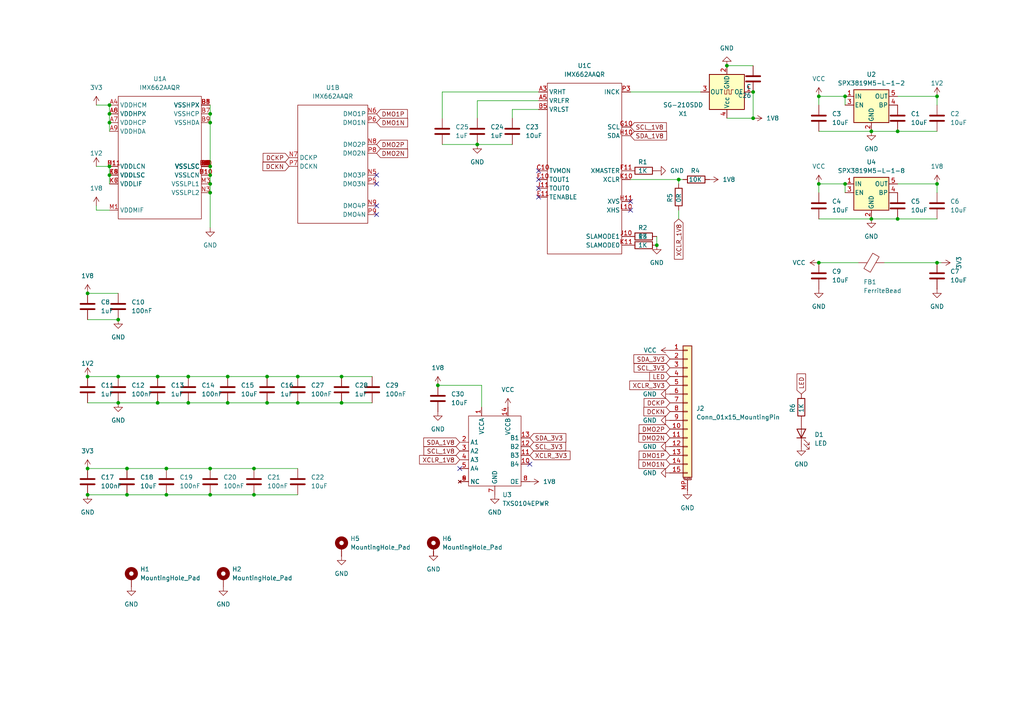
<source format=kicad_sch>
(kicad_sch (version 20231120) (generator "eeschema") (generator_version "8.0")
  (paper "A4")
  (lib_symbols
    (symbol "Library:C" (pin_numbers hide) (pin_names (offset 0.254))
      (property "Reference" "C" (at 0.635 2.54 0))
      (property "Value" "C" (at 0.635 -2.54 0))
      (symbol "C_0_1"
        (polyline (pts (xy -2.032 -0.762) (xy 2.032 -0.762)) (stroke (width 0.508)))
        (polyline (pts (xy -2.032 0.762) (xy 2.032 0.762)) (stroke (width 0.508)))
      )
      (symbol "C_1_1"
        (pin passive line (at 0 3.81 270) (length 2.794) (name "~") (number "1"))
        (pin passive line (at 0 -3.81 90) (length 2.794) (name "~") (number "2"))
      )
    )
    (symbol "Library:Conn_01x15_MountingPin" (pin_names (offset 1.016) hide)
      (property "Reference" "J" (at 0 20.32 0))
      (property "Value" "Conn_01x15_MountingPin" (at 1.27 -20.32 0))
      (symbol "Conn_01x15_MountingPin_1_1"
        (rectangle (start -1.27 -17.653) (end 0 -17.907) (stroke (width 0.1524)))
        (rectangle (start -1.27 -15.113) (end 0 -15.367) (stroke (width 0.1524)))
        (rectangle (start -1.27 -12.573) (end 0 -12.827) (stroke (width 0.1524)))
        (rectangle (start -1.27 -10.033) (end 0 -10.287) (stroke (width 0.1524)))
        (rectangle (start -1.27 -7.493) (end 0 -7.747) (stroke (width 0.1524)))
        (rectangle (start -1.27 -4.953) (end 0 -5.207) (stroke (width 0.1524)))
        (rectangle (start -1.27 -2.413) (end 0 -2.667) (stroke (width 0.1524)))
        (rectangle (start -1.27 0.127) (end 0 -0.127) (stroke (width 0.1524)))
        (rectangle (start -1.27 2.667) (end 0 2.413) (stroke (width 0.1524)))
        (rectangle (start -1.27 5.207) (end 0 4.953) (stroke (width 0.1524)))
        (rectangle (start -1.27 7.747) (end 0 7.493) (stroke (width 0.1524)))
        (rectangle (start -1.27 10.287) (end 0 10.033) (stroke (width 0.1524)))
        (rectangle (start -1.27 12.827) (end 0 12.573) (stroke (width 0.1524)))
        (rectangle (start -1.27 15.367) (end 0 15.113) (stroke (width 0.1524)))
        (rectangle (start -1.27 17.907) (end 0 17.653) (stroke (width 0.1524)))
        (rectangle (start -1.27 19.05) (end 1.27 -19.05) (stroke (width 0.254)) (fill (type background)))
        (polyline (pts (xy -1.016 -19.812) (xy 1.016 -19.812)) (stroke (width 0.1524)))
        (text "Mounting" (at 0 -19.431 0) (effects (font (size 0.381 0.381))))
        (pin passive line (at -5.08 17.78 0) (length 3.81) (name "Pin_1") (number "1"))
        (pin passive line (at -5.08 -5.08 0) (length 3.81) (name "Pin_10") (number "10"))
        (pin passive line (at -5.08 -7.62 0) (length 3.81) (name "Pin_11") (number "11"))
        (pin passive line (at -5.08 -10.16 0) (length 3.81) (name "Pin_12") (number "12"))
        (pin passive line (at -5.08 -12.7 0) (length 3.81) (name "Pin_13") (number "13"))
        (pin passive line (at -5.08 -15.24 0) (length 3.81) (name "Pin_14") (number "14"))
        (pin passive line (at -5.08 -17.78 0) (length 3.81) (name "Pin_15") (number "15"))
        (pin passive line (at -5.08 15.24 0) (length 3.81) (name "Pin_2") (number "2"))
        (pin passive line (at -5.08 12.7 0) (length 3.81) (name "Pin_3") (number "3"))
        (pin passive line (at -5.08 10.16 0) (length 3.81) (name "Pin_4") (number "4"))
        (pin passive line (at -5.08 7.62 0) (length 3.81) (name "Pin_5") (number "5"))
        (pin passive line (at -5.08 5.08 0) (length 3.81) (name "Pin_6") (number "6"))
        (pin passive line (at -5.08 2.54 0) (length 3.81) (name "Pin_7") (number "7"))
        (pin passive line (at -5.08 0 0) (length 3.81) (name "Pin_8") (number "8"))
        (pin passive line (at -5.08 -2.54 0) (length 3.81) (name "Pin_9") (number "9"))
        (pin passive line (at 0 -22.86 90) (length 3.048) (name "MountPin") (number "MP"))
      )
    )
    (symbol "Library:FerriteBead" (pin_numbers hide) (pin_names (offset 0))
      (property "Reference" "FB" (at -3.81 0.635 90))
      (property "Value" "FerriteBead" (at 3.81 0 90))
      (symbol "FerriteBead_0_1"
        (polyline (pts (xy 0 -1.27) (xy 0 -1.2192)))
        (polyline (pts (xy 0 1.27) (xy 0 1.2954)))
        (polyline (pts (xy -2.7686 0.4064) (xy -1.7018 2.2606) (xy 2.7686 -0.3048) (xy 1.6764 -2.159) (xy -2.7686 0.4064)))
      )
      (symbol "FerriteBead_1_1"
        (pin passive line (at 0 3.81 270) (length 2.54) (name "~") (number "1"))
        (pin passive line (at 0 -3.81 90) (length 2.54) (name "~") (number "2"))
      )
    )
    (symbol "Library:GND" (power) (pin_numbers hide) (pin_names (offset 0) hide)
      (property "Value" "GND" (at 0 -3.81 0))
      (symbol "GND_0_1"
        (polyline (pts (xy 0 0) (xy 0 -1.27) (xy 1.27 -1.27) (xy 0 -2.54) (xy -1.27 -1.27) (xy 0 -1.27)))
      )
      (symbol "GND_1_1"
        (pin power_in line (at 0 0 270) (length 0) (name "~") (number "1"))
      )
    )
    (symbol "Library:IMX662AAQR"
      (property "Reference" "U" (at 0 0 0))
      (property "Value" "IMX662AAQR" (at 0 0 0))
      (symbol "IMX662AAQR_1_1"
        (rectangle (start -12.7 15.24) (end 11.43 -20.32))
        (pin unspecified line (at -15.24 12.7 0) (length 2.54) (name "VDDHCM") (number "A4"))
        (pin unspecified line (at -15.24 10.16 0) (length 2.54) (name "VDDHPX") (number "A6"))
        (pin unspecified line (at -15.24 7.62 0) (length 2.54) (name "VDDHCP") (number "A7"))
        (pin unspecified line (at -15.24 10.16 0) (length 2.54) (name "VDDHPX") (number "A8"))
        (pin unspecified line (at -15.24 5.08 0) (length 2.54) (name "VDDHDA") (number "A9"))
        (pin unspecified line (at 13.97 12.7 180) (length 2.54) (name "VSSHPX") (number "B3"))
        (pin unspecified line (at 13.97 12.7 180) (length 2.54) (name "VSSHPX") (number "B4"))
        (pin unspecified line (at 13.97 12.7 180) (length 2.54) (name "VSSHPX") (number "B6"))
        (pin unspecified line (at 13.97 10.16 180) (length 2.54) (name "VSSHCP") (number "B7"))
        (pin unspecified line (at 13.97 12.7 180) (length 2.54) (name "VSSHPX") (number "B8"))
        (pin unspecified line (at 13.97 7.62 180) (length 2.54) (name "VSSHDA") (number "B9"))
        (pin unspecified line (at 13.97 -5.08 180) (length 2.54) (name "VSSLSC") (number "C3"))
        (pin unspecified line (at 13.97 -7.62 180) (length 2.54) (name "VSSLCN") (number "D10"))
        (pin unspecified line (at -15.24 -5.08 0) (length 2.54) (name "VDDLCN") (number "D11"))
        (pin unspecified line (at 13.97 -5.08 180) (length 2.54) (name "VSSLSC") (number "D3"))
        (pin unspecified line (at 13.97 -5.08 180) (length 2.54) (name "VSSLSC") (number "D4"))
        (pin unspecified line (at 13.97 -5.08 180) (length 2.54) (name "VSSLSC") (number "D8"))
        (pin unspecified line (at 13.97 -5.08 180) (length 2.54) (name "VSSLSC") (number "E10"))
        (pin unspecified line (at 13.97 -5.08 180) (length 2.54) (name "VSSLSC") (number "E3"))
        (pin unspecified line (at -15.24 -7.62 0) (length 2.54) (name "VDDLSC") (number "E4"))
        (pin unspecified line (at -15.24 -7.62 0) (length 2.54) (name "VDDLSC") (number "E8"))
        (pin unspecified line (at 13.97 -5.08 180) (length 2.54) (name "VSSLSC") (number "K3"))
        (pin unspecified line (at -15.24 -7.62 0) (length 2.54) (name "VDDLSC") (number "K5"))
        (pin unspecified line (at -15.24 -10.16 0) (length 2.54) (name "VDDLIF") (number "K6"))
        (pin unspecified line (at -15.24 -10.16 0) (length 2.54) (name "VDDLIF") (number "K7"))
        (pin unspecified line (at -15.24 -7.62 0) (length 2.54) (name "VDDLSC") (number "K8"))
        (pin unspecified line (at 13.97 -5.08 180) (length 2.54) (name "VSSLSC") (number "L11"))
        (pin unspecified line (at 13.97 -5.08 180) (length 2.54) (name "VSSLSC") (number "L3"))
        (pin unspecified line (at 13.97 -5.08 180) (length 2.54) (name "VSSLSC") (number "L5"))
        (pin unspecified line (at 13.97 -5.08 180) (length 2.54) (name "VSSLSC") (number "L6"))
        (pin unspecified line (at 13.97 -5.08 180) (length 2.54) (name "VSSLSC") (number "L7"))
        (pin unspecified line (at 13.97 -5.08 180) (length 2.54) (name "VSSLSC") (number "L8"))
        (pin unspecified line (at -15.24 -17.78 0) (length 2.54) (name "VDDMIF") (number "M1"))
        (pin unspecified line (at 13.97 -7.62 180) (length 2.54) (name "VSSLCN") (number "M10"))
        (pin unspecified line (at -15.24 -5.08 0) (length 2.54) (name "VDDLCN") (number "M11"))
        (pin unspecified line (at 13.97 -5.08 180) (length 2.54) (name "VSSLSC") (number "M2"))
        (pin unspecified line (at 13.97 -10.16 180) (length 2.54) (name "VSSLPL1") (number "M3"))
        (pin unspecified line (at 13.97 -5.08 180) (length 2.54) (name "VSSLSC") (number "M5"))
        (pin unspecified line (at 13.97 -5.08 180) (length 2.54) (name "VSSLSC") (number "M6"))
        (pin unspecified line (at 13.97 -5.08 180) (length 2.54) (name "VSSLSC") (number "M7"))
        (pin unspecified line (at 13.97 -5.08 180) (length 2.54) (name "VSSLSC") (number "M8"))
        (pin unspecified line (at 13.97 -5.08 180) (length 2.54) (name "VSSLSC") (number "M9"))
        (pin unspecified line (at 13.97 -12.7 180) (length 2.54) (name "VSSLPL2") (number "N3"))
      )
      (symbol "IMX662AAQR_2_1"
        (rectangle (start -10.16 16.51) (end 10.16 -17.78))
        (pin unspecified line (at 12.7 -3.81 180) (length 2.54) (name "DMO3P") (number "N5"))
        (pin unspecified line (at 12.7 13.97 180) (length 2.54) (name "DMO1P") (number "N6"))
        (pin unspecified line (at -12.7 1.27 0) (length 2.54) (name "DCKP") (number "N7"))
        (pin unspecified line (at 12.7 5.08 180) (length 2.54) (name "DMO2P") (number "N8"))
        (pin unspecified line (at 12.7 -12.7 180) (length 2.54) (name "DMO4P") (number "N9"))
        (pin unspecified line (at 12.7 -6.35 180) (length 2.54) (name "DMO3N") (number "P5"))
        (pin unspecified line (at 12.7 11.43 180) (length 2.54) (name "DMO1N") (number "P6"))
        (pin unspecified line (at -12.7 -1.27 0) (length 2.54) (name "DCKN") (number "P7"))
        (pin unspecified line (at 12.7 2.54 180) (length 2.54) (name "DMO2N") (number "P8"))
        (pin unspecified line (at 12.7 -15.24 180) (length 2.54) (name "DMO4N") (number "P9"))
      )
      (symbol "IMX662AAQR_3_1"
        (rectangle (start -10.16 16.51) (end 11.43 -33.02))
        (pin unspecified line (at -12.7 13.97 0) (length 2.54) (name "VRHT") (number "A3"))
        (pin unspecified line (at -12.7 11.43 0) (length 2.54) (name "VRLFR") (number "A5"))
        (pin unspecified line (at -12.7 8.89 0) (length 2.54) (name "VRLST") (number "B5"))
        (pin unspecified line (at -12.7 -8.89 0) (length 2.54) (name "TVMON") (number "C10"))
        (pin unspecified line (at -12.7 -16.51 0) (length 2.54) (name "TENABLE") (number "E11"))
        (pin unspecified line (at -12.7 -11.43 0) (length 2.54) (name "TOUT1") (number "F10"))
        (pin unspecified line (at 13.97 -8.89 180) (length 2.54) (name "XMASTER") (number "F11"))
        (pin unspecified line (at 13.97 3.81 180) (length 2.54) (name "SCL") (number "G10"))
        (pin unspecified line (at 13.97 1.27 180) (length 2.54) (name "SDA") (number "H10"))
        (pin unspecified line (at 13.97 -17.78 180) (length 2.54) (name "XVS") (number "H11"))
        (pin unspecified line (at 13.97 -27.94 180) (length 2.54) (name "SLAMODE1") (number "J10"))
        (pin unspecified line (at -12.7 -13.97 0) (length 2.54) (name "TOUT0") (number "J11"))
        (pin unspecified line (at 13.97 -11.43 180) (length 2.54) (name "XCLR") (number "K10"))
        (pin unspecified line (at 13.97 -30.48 180) (length 2.54) (name "SLAMODE0") (number "K11"))
        (pin unspecified line (at 13.97 -20.32 180) (length 2.54) (name "XHS") (number "L10"))
        (pin unspecified line (at 13.97 13.97 180) (length 2.54) (name "INCK") (number "P3"))
      )
    )
    (symbol "Library:LED" (pin_numbers hide) (pin_names (offset 1.016) hide)
      (property "Reference" "D" (at 0 2.54 0))
      (property "Value" "LED" (at 0 -2.54 0))
      (symbol "LED_0_1"
        (polyline (pts (xy -1.27 -1.27) (xy -1.27 1.27)) (stroke (width 0.254)))
        (polyline (pts (xy -1.27 0) (xy 1.27 0)))
        (polyline (pts (xy 1.27 -1.27) (xy 1.27 1.27) (xy -1.27 0) (xy 1.27 -1.27)) (stroke (width 0.254)))
        (polyline (pts (xy -3.048 -0.762) (xy -4.572 -2.286) (xy -3.81 -2.286) (xy -4.572 -2.286) (xy -4.572 -1.524)))
        (polyline (pts (xy -1.778 -0.762) (xy -3.302 -2.286) (xy -2.54 -2.286) (xy -3.302 -2.286) (xy -3.302 -1.524)))
      )
      (symbol "LED_1_1"
        (pin passive line (at -3.81 0 0) (length 2.54) (name "K") (number "1"))
        (pin passive line (at 3.81 0 180) (length 2.54) (name "A") (number "2"))
      )
    )
    (symbol "Library:MountingHole_Pad" (pin_numbers hide) (pin_names (offset 1.016) hide) (exclude_from_sim yes) (in_bom no)
      (property "Reference" "H" (at 0 6.35 0))
      (property "Value" "MountingHole_Pad" (at 0 4.445 0))
      (symbol "MountingHole_Pad_0_1"
        (circle (center 0 1.27) (radius 1.27) (stroke (width 1.27)))
      )
      (symbol "MountingHole_Pad_1_1"
        (pin input line (at 0 -2.54 90) (length 2.54) (name "1") (number "1"))
      )
    )
    (symbol "Library:R" (pin_numbers hide) (pin_names (offset 0))
      (property "Reference" "R" (at 2.032 0 90))
      (property "Value" "R" (at 0 0 90))
      (symbol "R_0_1"
        (rectangle (start -1.016 -2.54) (end 1.016 2.54) (stroke (width 0.254)))
      )
      (symbol "R_1_1"
        (pin passive line (at 0 3.81 270) (length 1.27) (name "~") (number "1"))
        (pin passive line (at 0 -3.81 90) (length 1.27) (name "~") (number "2"))
      )
    )
    (symbol "Library:SG-210SDD" (pin_names (offset 0.254))
      (property "Reference" "X" (at -5.08 6.35 0))
      (property "Value" "SG-210SDD" (at 1.27 -6.35 0))
      (symbol "SG-210SDD_0_1"
        (rectangle (start -5.08 5.08) (end 5.08 -5.08) (stroke (width 0.254)) (fill (type background)))
        (polyline (pts (xy -1.905 -0.635) (xy -1.27 -0.635) (xy -1.27 0.635) (xy -0.635 0.635) (xy -0.635 -0.635) (xy 0 -0.635) (xy 0 0.635) (xy 0.635 0.635) (xy 0.635 -0.635)))
      )
      (symbol "SG-210SDD_1_1"
        (pin input line (at -7.62 0 0) (length 2.54) (name "OE") (number "1"))
        (pin power_in line (at 0 -7.62 90) (length 2.54) (name "GND") (number "2"))
        (pin output line (at 7.62 0 180) (length 2.54) (name "OUT") (number "3"))
        (pin power_in line (at 0 7.62 270) (length 2.54) (name "Vcc") (number "4"))
      )
    )
    (symbol "Library:SPX3819M5-L-1-2" (pin_names (offset 0.254))
      (property "Reference" "U" (at -3.81 5.715 0))
      (property "Value" "SPX3819M5-L-1-2" (at 0 5.715 0))
      (symbol "SPX3819M5-L-1-2_0_1"
        (rectangle (start -5.08 4.445) (end 5.08 -5.08) (stroke (width 0.254)) (fill (type background)))
      )
      (symbol "SPX3819M5-L-1-2_1_1"
        (pin power_in line (at -7.62 2.54 0) (length 2.54) (name "IN") (number "1"))
        (pin power_in line (at 0 -7.62 90) (length 2.54) (name "GND") (number "2"))
        (pin input line (at -7.62 0 0) (length 2.54) (name "EN") (number "3"))
        (pin input line (at 7.62 0 180) (length 2.54) (name "BP") (number "4"))
        (pin power_out line (at 7.62 2.54 180) (length 2.54) (name "OUT") (number "5"))
      )
    )
    (symbol "Library:SPX3819M5-L-1-8" (pin_names (offset 0.254))
      (property "Reference" "U" (at -3.81 5.715 0))
      (property "Value" "SPX3819M5-L-1-8" (at 0 5.715 0))
      (symbol "SPX3819M5-L-1-8_0_1"
        (rectangle (start -5.08 4.445) (end 5.08 -5.08) (stroke (width 0.254)) (fill (type background)))
      )
      (symbol "SPX3819M5-L-1-8_1_1"
        (pin power_in line (at -7.62 2.54 0) (length 2.54) (name "IN") (number "1"))
        (pin power_in line (at 0 -7.62 90) (length 2.54) (name "GND") (number "2"))
        (pin input line (at -7.62 0 0) (length 2.54) (name "EN") (number "3"))
        (pin input line (at 7.62 0 180) (length 2.54) (name "BP") (number "4"))
        (pin power_out line (at 7.62 2.54 180) (length 2.54) (name "OUT") (number "5"))
      )
    )
    (symbol "Library:TXS0104EPWR"
      (property "Reference" "U" (at 0 0 0))
      (property "Value" "TXS0104EPWR" (at 0 0 0))
      (symbol "TXS0104EPWR_0_1"
        (rectangle (start -7.62 12.7) (end 7.62 -7.62))
      )
      (symbol "TXS0104EPWR_1_1"
        (pin unspecified line (at -3.81 15.24 270) (length 2.54) (name "VCCA") (number "1"))
        (pin unspecified line (at 10.16 -1.27 180) (length 2.54) (name "B4") (number "10"))
        (pin unspecified line (at 10.16 1.27 180) (length 2.54) (name "B3") (number "11"))
        (pin unspecified line (at 10.16 3.81 180) (length 2.54) (name "B2") (number "12"))
        (pin unspecified line (at 10.16 6.35 180) (length 2.54) (name "B1") (number "13"))
        (pin unspecified line (at 3.81 15.24 270) (length 2.54) (name "VCCB") (number "14"))
        (pin unspecified line (at -10.16 5.08 0) (length 2.54) (name "A1") (number "2"))
        (pin unspecified line (at -10.16 2.54 0) (length 2.54) (name "A2") (number "3"))
        (pin unspecified line (at -10.16 0 0) (length 2.54) (name "A3") (number "4"))
        (pin unspecified line (at -10.16 -2.54 0) (length 2.54) (name "A4") (number "5"))
        (pin no_connect line (at -10.16 -6.35 0) (length 2.54) (name "NC") (number "6"))
        (pin unspecified line (at 0 -10.16 90) (length 2.54) (name "GND") (number "7"))
        (pin unspecified line (at 10.16 -6.35 180) (length 2.54) (name "OE") (number "8"))
        (pin no_connect line (at -10.16 -6.35 0) (length 2.54) (name "NC") (number "9"))
      )
    )
    (symbol "Library:VCC" (power) (pin_numbers hide) (pin_names (offset 0) hide)
      (property "Value" "VCC" (at 0 3.556 0))
      (symbol "VCC_0_1"
        (polyline (pts (xy -0.762 1.27) (xy 0 2.54)))
        (polyline (pts (xy 0 0) (xy 0 2.54)))
        (polyline (pts (xy 0 2.54) (xy 0.762 1.27)))
      )
      (symbol "VCC_1_1"
        (pin power_in line (at 0 0 90) (length 0) (name "~") (number "1"))
      )
    )
  )
  (junction (at 271.78 53.34))
  (junction (at 60.96 135.89))
  (junction (at 60.96 143.51))
  (junction (at 66.04 109.22))
  (junction (at 31.75 33.02))
  (junction (at 237.49 27.94))
  (junction (at 48.26 135.89))
  (junction (at 25.4 109.22))
  (junction (at 54.61 109.22))
  (junction (at 31.75 30.48))
  (junction (at 237.49 76.2))
  (junction (at 86.36 109.22))
  (junction (at 25.4 135.89))
  (junction (at 34.29 92.71))
  (junction (at 31.75 48.26))
  (junction (at 252.73 63.5))
  (junction (at 60.96 53.34))
  (junction (at 260.35 63.5))
  (junction (at 237.49 53.34))
  (junction (at 86.36 116.84))
  (junction (at 60.96 55.88))
  (junction (at 190.5 71.12))
  (junction (at 48.26 143.51))
  (junction (at 60.96 50.8))
  (junction (at 99.06 116.84))
  (junction (at 73.66 135.89))
  (junction (at 31.75 50.8))
  (junction (at 60.96 48.26))
  (junction (at 245.11 27.94))
  (junction (at 36.83 135.89))
  (junction (at 218.44 26.67))
  (junction (at 45.72 109.22))
  (junction (at 271.78 76.2))
  (junction (at 271.78 27.94))
  (junction (at 245.11 53.34))
  (junction (at 34.29 116.84))
  (junction (at 34.29 109.22))
  (junction (at 45.72 116.84))
  (junction (at 31.75 35.56))
  (junction (at 54.61 116.84))
  (junction (at 60.96 33.02))
  (junction (at 218.44 34.29))
  (junction (at 77.47 109.22))
  (junction (at 138.43 41.91))
  (junction (at 210.82 19.05))
  (junction (at 260.35 38.1))
  (junction (at 196.85 52.07))
  (junction (at 252.73 38.1))
  (junction (at 77.47 116.84))
  (junction (at 25.4 143.51))
  (junction (at 36.83 143.51))
  (junction (at 60.96 35.56))
  (junction (at 66.04 116.84))
  (junction (at 73.66 143.51))
  (junction (at 127 111.76))
  (junction (at 99.06 109.22))
  (junction (at 25.4 85.09))
  (no_connect (at 182.88 58.42))
  (no_connect (at 156.21 49.53))
  (no_connect (at 109.22 50.8))
  (no_connect (at 133.35 135.89))
  (no_connect (at 156.21 52.07))
  (no_connect (at 156.21 57.15))
  (no_connect (at 109.22 53.34))
  (no_connect (at 153.67 134.62))
  (no_connect (at 109.22 62.23))
  (no_connect (at 109.22 59.69))
  (no_connect (at 182.88 60.96))
  (no_connect (at 156.21 54.61))
  (wire (pts (xy 128.27 26.67) (xy 128.27 34.29)))
  (wire (pts (xy 196.85 52.07) (xy 198.12 52.07)))
  (wire (pts (xy 60.96 30.48) (xy 60.96 33.02)))
  (wire (pts (xy 260.35 63.5) (xy 271.78 63.5)))
  (wire (pts (xy 148.59 31.75) (xy 148.59 34.29)))
  (wire (pts (xy 77.47 116.84) (xy 86.36 116.84)))
  (wire (pts (xy 203.2 26.67) (xy 182.88 26.67)))
  (wire (pts (xy 73.66 135.89) (xy 86.36 135.89)))
  (wire (pts (xy 139.7 111.76) (xy 139.7 118.11)))
  (wire (pts (xy 245.11 27.94) (xy 245.11 30.48)))
  (wire (pts (xy 25.4 92.71) (xy 34.29 92.71)))
  (wire (pts (xy 60.96 135.89) (xy 73.66 135.89)))
  (wire (pts (xy 99.06 116.84) (xy 107.95 116.84)))
  (wire (pts (xy 99.06 109.22) (xy 107.95 109.22)))
  (wire (pts (xy 260.35 53.34) (xy 271.78 53.34)))
  (wire (pts (xy 237.49 63.5) (xy 252.73 63.5)))
  (wire (pts (xy 210.82 34.29) (xy 218.44 34.29)))
  (wire (pts (xy 25.4 85.09) (xy 34.29 85.09)))
  (wire (pts (xy 36.83 135.89) (xy 48.26 135.89)))
  (wire (pts (xy 237.49 53.34) (xy 237.49 55.88)))
  (wire (pts (xy 260.35 38.1) (xy 271.78 38.1)))
  (wire (pts (xy 245.11 53.34) (xy 237.49 53.34)))
  (wire (pts (xy 77.47 109.22) (xy 86.36 109.22)))
  (wire (pts (xy 237.49 38.1) (xy 252.73 38.1)))
  (wire (pts (xy 273.05 76.2) (xy 271.78 76.2)))
  (wire (pts (xy 156.21 29.21) (xy 138.43 29.21)))
  (wire (pts (xy 128.27 41.91) (xy 138.43 41.91)))
  (wire (pts (xy 237.49 76.2) (xy 248.92 76.2)))
  (wire (pts (xy 31.75 33.02) (xy 31.75 35.56)))
  (wire (pts (xy 60.96 55.88) (xy 60.96 66.04)))
  (wire (pts (xy 138.43 29.21) (xy 138.43 34.29)))
  (wire (pts (xy 54.61 116.84) (xy 66.04 116.84)))
  (wire (pts (xy 156.21 31.75) (xy 148.59 31.75)))
  (wire (pts (xy 156.21 26.67) (xy 128.27 26.67)))
  (wire (pts (xy 25.4 109.22) (xy 34.29 109.22)))
  (wire (pts (xy 27.94 30.48) (xy 31.75 30.48)))
  (wire (pts (xy 25.4 116.84) (xy 34.29 116.84)))
  (wire (pts (xy 252.73 63.5) (xy 260.35 63.5)))
  (wire (pts (xy 31.75 48.26) (xy 31.75 50.8)))
  (wire (pts (xy 252.73 38.1) (xy 260.35 38.1)))
  (wire (pts (xy 31.75 30.48) (xy 31.75 33.02)))
  (wire (pts (xy 237.49 27.94) (xy 237.49 30.48)))
  (wire (pts (xy 218.44 19.05) (xy 210.82 19.05)))
  (wire (pts (xy 86.36 109.22) (xy 99.06 109.22)))
  (wire (pts (xy 54.61 109.22) (xy 66.04 109.22)))
  (wire (pts (xy 36.83 143.51) (xy 48.26 143.51)))
  (wire (pts (xy 245.11 27.94) (xy 237.49 27.94)))
  (wire (pts (xy 25.4 135.89) (xy 36.83 135.89)))
  (wire (pts (xy 86.36 116.84) (xy 99.06 116.84)))
  (wire (pts (xy 25.4 143.51) (xy 36.83 143.51)))
  (wire (pts (xy 34.29 109.22) (xy 45.72 109.22)))
  (wire (pts (xy 60.96 53.34) (xy 60.96 55.88)))
  (wire (pts (xy 66.04 109.22) (xy 77.47 109.22)))
  (wire (pts (xy 73.66 143.51) (xy 86.36 143.51)))
  (wire (pts (xy 31.75 35.56) (xy 31.75 38.1)))
  (wire (pts (xy 218.44 34.29) (xy 218.44 26.67)))
  (wire (pts (xy 190.5 68.58) (xy 190.5 71.12)))
  (wire (pts (xy 48.26 143.51) (xy 60.96 143.51)))
  (wire (pts (xy 256.54 76.2) (xy 271.78 76.2)))
  (wire (pts (xy 196.85 53.34) (xy 196.85 52.07)))
  (wire (pts (xy 138.43 41.91) (xy 148.59 41.91)))
  (wire (pts (xy 127 111.76) (xy 139.7 111.76)))
  (wire (pts (xy 48.26 135.89) (xy 60.96 135.89)))
  (wire (pts (xy 66.04 116.84) (xy 77.47 116.84)))
  (wire (pts (xy 60.96 50.8) (xy 60.96 53.34)))
  (wire (pts (xy 60.96 35.56) (xy 60.96 48.26)))
  (wire (pts (xy 27.94 48.26) (xy 31.75 48.26)))
  (wire (pts (xy 182.88 52.07) (xy 196.85 52.07)))
  (wire (pts (xy 27.94 60.96) (xy 31.75 60.96)))
  (wire (pts (xy 34.29 116.84) (xy 45.72 116.84)))
  (wire (pts (xy 27.94 59.69) (xy 27.94 60.96)))
  (wire (pts (xy 260.35 27.94) (xy 271.78 27.94)))
  (wire (pts (xy 245.11 53.34) (xy 245.11 55.88)))
  (wire (pts (xy 60.96 48.26) (xy 60.96 50.8)))
  (wire (pts (xy 31.75 50.8) (xy 31.75 53.34)))
  (wire (pts (xy 45.72 116.84) (xy 54.61 116.84)))
  (wire (pts (xy 196.85 63.5) (xy 196.85 60.96)))
  (wire (pts (xy 60.96 143.51) (xy 73.66 143.51)))
  (wire (pts (xy 271.78 53.34) (xy 271.78 55.88)))
  (wire (pts (xy 271.78 27.94) (xy 271.78 30.48)))
  (wire (pts (xy 60.96 33.02) (xy 60.96 35.56)))
  (wire (pts (xy 45.72 109.22) (xy 54.61 109.22)))
  (global_label "DMO1N" (shape input) (at 109.22 35.56 0) (property "Intersheetrefs" "${INTERSHEET_REFS}" (effects (hide yes))))
  (global_label "DMO2P" (shape input) (at 194.31 124.46 180) (property "Intersheetrefs" "${INTERSHEET_REFS}" (effects (hide yes))))
  (global_label "XCLR_3V3" (shape input) (at 194.31 111.76 180) (property "Intersheetrefs" "${INTERSHEET_REFS}" (effects (hide yes))))
  (global_label "DMO2P" (shape input) (at 109.22 41.91 0) (property "Intersheetrefs" "${INTERSHEET_REFS}" (effects (hide yes))))
  (global_label "SDA_3V3" (shape input) (at 153.67 127 0) (property "Intersheetrefs" "${INTERSHEET_REFS}" (effects (hide yes))))
  (global_label "DCKN" (shape input) (at 194.31 119.38 180) (property "Intersheetrefs" "${INTERSHEET_REFS}" (effects (hide yes))))
  (global_label "DMO2N" (shape input) (at 109.22 44.45 0) (property "Intersheetrefs" "${INTERSHEET_REFS}" (effects (hide yes))))
  (global_label "DCKP" (shape input) (at 83.82 45.72 180) (property "Intersheetrefs" "${INTERSHEET_REFS}" (effects (hide yes))))
  (global_label "LED" (shape input) (at 232.41 114.3 90) (property "Intersheetrefs" "${INTERSHEET_REFS}" (effects (hide yes))))
  (global_label "DCKP" (shape input) (at 194.31 116.84 180) (property "Intersheetrefs" "${INTERSHEET_REFS}" (effects (hide yes))))
  (global_label "DMO2N" (shape input) (at 194.31 127 180) (property "Intersheetrefs" "${INTERSHEET_REFS}" (effects (hide yes))))
  (global_label "XCLR_1V8" (shape input) (at 196.85 63.5 270) (property "Intersheetrefs" "${INTERSHEET_REFS}" (effects (hide yes))))
  (global_label "XCLR_3V3" (shape input) (at 153.67 132.08 0) (property "Intersheetrefs" "${INTERSHEET_REFS}" (effects (hide yes))))
  (global_label "DMO1P" (shape input) (at 109.22 33.02 0) (property "Intersheetrefs" "${INTERSHEET_REFS}" (effects (hide yes))))
  (global_label "SCL_1V8" (shape input) (at 133.35 130.81 180) (property "Intersheetrefs" "${INTERSHEET_REFS}" (effects (hide yes))))
  (global_label "SCL_3V3" (shape input) (at 194.31 106.68 180) (property "Intersheetrefs" "${INTERSHEET_REFS}" (effects (hide yes))))
  (global_label "XCLR_1V8" (shape input) (at 133.35 133.35 180) (property "Intersheetrefs" "${INTERSHEET_REFS}" (effects (hide yes))))
  (global_label "DMO1N" (shape input) (at 194.31 134.62 180) (property "Intersheetrefs" "${INTERSHEET_REFS}" (effects (hide yes))))
  (global_label "LED" (shape input) (at 194.31 109.22 180) (property "Intersheetrefs" "${INTERSHEET_REFS}" (effects (hide yes))))
  (global_label "SDA_1V8" (shape input) (at 182.88 39.37 0) (property "Intersheetrefs" "${INTERSHEET_REFS}" (effects (hide yes))))
  (global_label "SDA_3V3" (shape input) (at 194.31 104.14 180) (property "Intersheetrefs" "${INTERSHEET_REFS}" (effects (hide yes))))
  (global_label "DCKN" (shape input) (at 83.82 48.26 180) (property "Intersheetrefs" "${INTERSHEET_REFS}" (effects (hide yes))))
  (global_label "SCL_1V8" (shape input) (at 182.88 36.83 0) (property "Intersheetrefs" "${INTERSHEET_REFS}" (effects (hide yes))))
  (global_label "SDA_1V8" (shape input) (at 133.35 128.27 180) (property "Intersheetrefs" "${INTERSHEET_REFS}" (effects (hide yes))))
  (global_label "DMO1P" (shape input) (at 194.31 132.08 180) (property "Intersheetrefs" "${INTERSHEET_REFS}" (effects (hide yes))))
  (global_label "SCL_3V3" (shape input) (at 153.67 129.54 0) (property "Intersheetrefs" "${INTERSHEET_REFS}" (effects (hide yes))))
  (symbol (lib_id "Library:GND") (at 25.4 143.51 0) (unit 1)
    (property "Reference" "#PWR24" (effects (hide yes)))
    (property "Value" "GND" (at 25.4 148.59 0))
    (property "Description" "Power symbol creates a global label with name \"GND\" , ground" (effects (hide yes)))
  )
  (symbol (lib_id "Library:C") (at 60.96 139.7 0) (unit 1)
    (property "Reference" "C20" (at 64.77 138.4299 0) (effects (justify left)))
    (property "Value" "100nF" (at 64.77 140.9699 0) (effects (justify left)))
    (property "Footprint" "Capacitor_SMD:C_0402_1005Metric" (effects (hide yes)))
    (property "Description" "Unpolarized capacitor" (effects (hide yes)))
  )
  (symbol (lib_id "Library:FerriteBead") (at 252.73 76.2 270) (unit 1)
    (property "Reference" "FB1" (at 250.444 81.788 90) (effects (justify left)))
    (property "Value" "FerriteBead" (at 250.444 84.328 90) (effects (justify left)))
    (property "Footprint" "Inductor_SMD:L_0805_2012Metric" (effects (hide yes)))
    (property "Description" "Ferrite bead" (effects (hide yes)))
  )
  (symbol (lib_id "Library:VCC") (at 205.74 52.07 270) (unit 1)
    (property "Reference" "#PWR36" (effects (hide yes)))
    (property "Value" "1V8" (at 209.55 52.0699 90) (effects (justify left)))
    (property "Description" "Power symbol creates a global label with name \"VCC\"" (effects (hide yes)))
  )
  (symbol (lib_id "Library:GND") (at 64.77 170.18 0) (unit 1)
    (property "Reference" "#PWR39" (effects (hide yes)))
    (property "Value" "GND" (at 64.77 175.26 0))
    (property "Description" "Power symbol creates a global label with name \"GND\" , ground" (effects (hide yes)))
  )
  (symbol (lib_id "Library:R") (at 196.85 57.15 180) (unit 1)
    (property "Reference" "R5" (at 194.31 57.404 90))
    (property "Value" "0R" (at 196.85 57.404 90))
    (property "Footprint" "Resistor_SMD:R_0402_1005Metric" (effects (hide yes)))
    (property "Description" "Resistor" (effects (hide yes)))
  )
  (symbol (lib_id "Library:VCC") (at 25.4 109.22 0) (unit 1)
    (property "Reference" "#PWR21" (effects (hide yes)))
    (property "Value" "1V2" (at 25.4 105.41 0))
    (property "Description" "Power symbol creates a global label with name \"VCC\"" (effects (hide yes)))
  )
  (symbol (lib_id "Library:C") (at 237.49 34.29 0) (unit 1)
    (property "Reference" "C3" (at 241.3 33.0199 0) (effects (justify left)))
    (property "Value" "10uF" (at 241.3 35.5599 0) (effects (justify left)))
    (property "Footprint" "Capacitor_SMD:C_0603_1608Metric" (effects (hide yes)))
    (property "Description" "Unpolarized capacitor" (effects (hide yes)))
  )
  (symbol (lib_id "Library:SPX3819M5-L-1-8") (at 252.73 55.88 0) (unit 1)
    (property "Reference" "U4" (at 252.73 46.99 0))
    (property "Value" "SPX3819M5-L-1-8" (at 252.73 49.53 0))
    (property "Footprint" "Package_TO_SOT_SMD:SOT-23-5" (effects (hide yes)))
    (property "Datasheet" "https://www.exar.com/content/document.ashx?id=22106&languageid=1033&type=Datasheet&partnumber=SPX3819&filename=SPX3819.pdf&part=SPX3819" (effects (hide yes)))
    (property "Description" "500mA Low drop-out regulator, Fixed Output 1.8V, SOT-23-5" (effects (hide yes)))
  )
  (symbol (lib_id "Library:C") (at 127 115.57 0) (unit 1)
    (property "Reference" "C30" (at 130.81 114.2999 0) (effects (justify left)))
    (property "Value" "10uF" (at 130.81 116.8399 0) (effects (justify left)))
    (property "Footprint" "Capacitor_SMD:C_0603_1608Metric" (effects (hide yes)))
    (property "Description" "Unpolarized capacitor" (effects (hide yes)))
  )
  (symbol (lib_id "Library:VCC") (at 25.4 135.89 0) (unit 1)
    (property "Reference" "#PWR23" (effects (hide yes)))
    (property "Value" "3V3" (at 25.4 130.81 0))
    (property "Description" "Power symbol creates a global label with name \"VCC\"" (effects (hide yes)))
  )
  (symbol (lib_id "Library:C") (at 86.36 113.03 0) (unit 1)
    (property "Reference" "C27" (at 90.17 111.7599 0) (effects (justify left)))
    (property "Value" "100nF" (at 90.17 114.2999 0) (effects (justify left)))
    (property "Footprint" "Capacitor_SMD:C_0402_1005Metric" (effects (hide yes)))
    (property "Description" "Unpolarized capacitor" (effects (hide yes)))
  )
  (symbol (lib_id "Library:R") (at 186.69 49.53 90) (unit 1)
    (property "Reference" "R1" (at 186.436 46.99 90))
    (property "Value" "1K" (at 186.436 49.53 90))
    (property "Footprint" "Resistor_SMD:R_0402_1005Metric" (effects (hide yes)))
    (property "Description" "Resistor" (effects (hide yes)))
  )
  (symbol (lib_id "Library:C") (at 271.78 34.29 0) (unit 1)
    (property "Reference" "C2" (at 275.59 33.0199 0) (effects (justify left)))
    (property "Value" "10uF" (at 275.59 35.5599 0) (effects (justify left)))
    (property "Footprint" "Capacitor_SMD:C_0603_1608Metric" (effects (hide yes)))
    (property "Description" "Unpolarized capacitor" (effects (hide yes)))
  )
  (symbol (lib_id "Library:VCC") (at 218.44 34.29 270) (unit 1)
    (property "Reference" "#PWR29" (effects (hide yes)))
    (property "Value" "1V8" (at 222.25 34.2899 90) (effects (justify left)))
    (property "Description" "Power symbol creates a global label with name \"VCC\"" (effects (hide yes)))
  )
  (symbol (lib_id "Library:C") (at 260.35 34.29 0) (unit 1)
    (property "Reference" "C1" (at 264.16 33.0199 0) (effects (justify left)))
    (property "Value" "10uF" (at 264.16 35.5599 0) (effects (justify left)))
    (property "Footprint" "Capacitor_SMD:C_0603_1608Metric" (effects (hide yes)))
    (property "Description" "Unpolarized capacitor" (effects (hide yes)))
  )
  (symbol (lib_id "Library:C") (at 66.04 113.03 0) (unit 1)
    (property "Reference" "C15" (at 69.85 111.7599 0) (effects (justify left)))
    (property "Value" "10uF" (at 69.85 114.2999 0) (effects (justify left)))
    (property "Footprint" "Capacitor_SMD:C_0603_1608Metric" (effects (hide yes)))
    (property "Description" "Unpolarized capacitor" (effects (hide yes)))
  )
  (symbol (lib_id "Library:VCC") (at 273.05 76.2 270) (unit 1)
    (property "Reference" "#PWR9" (effects (hide yes)))
    (property "Value" "3V3" (at 278.13 76.2 0))
    (property "Description" "Power symbol creates a global label with name \"VCC\"" (effects (hide yes)))
  )
  (symbol (lib_id "Library:C") (at 138.43 38.1 0) (unit 1)
    (property "Reference" "C24" (at 142.24 36.8299 0) (effects (justify left)))
    (property "Value" "1uF" (at 142.24 39.3699 0) (effects (justify left)))
    (property "Footprint" "Capacitor_SMD:C_0402_1005Metric" (effects (hide yes)))
    (property "Description" "Unpolarized capacitor" (effects (hide yes)))
  )
  (symbol (lib_id "Library:GND") (at 38.1 170.18 0) (unit 1)
    (property "Reference" "#PWR38" (effects (hide yes)))
    (property "Value" "GND" (at 38.1 175.26 0))
    (property "Description" "Power symbol creates a global label with name \"GND\" , ground" (effects (hide yes)))
  )
  (symbol (lib_id "Library:VCC") (at 147.32 118.11 0) (unit 1)
    (property "Reference" "#PWR15" (effects (hide yes)))
    (property "Value" "VCC" (at 147.32 113.03 0))
    (property "Description" "Power symbol creates a global label with name \"VCC\"" (effects (hide yes)))
  )
  (symbol (lib_id "Library:GND") (at 125.73 160.02 0) (unit 1)
    (property "Reference" "#PWR44" (effects (hide yes)))
    (property "Value" "GND" (at 125.73 165.1 0))
    (property "Description" "Power symbol creates a global label with name \"GND\" , ground" (effects (hide yes)))
  )
  (symbol (lib_id "Library:SPX3819M5-L-1-2") (at 252.73 30.48 0) (unit 1)
    (property "Reference" "U2" (at 252.73 21.59 0))
    (property "Value" "SPX3819M5-L-1-2" (at 252.73 24.13 0))
    (property "Footprint" "Package_TO_SOT_SMD:SOT-23-5" (effects (hide yes)))
    (property "Datasheet" "https://www.exar.com/content/document.ashx?id=22106&languageid=1033&type=Datasheet&partnumber=SPX3819&filename=SPX3819.pdf&part=SPX3819" (effects (hide yes)))
    (property "Description" "500mA Low drop-out regulator, Fixed Output 1.2V, SOT-23-5" (effects (hide yes)))
  )
  (symbol (lib_id "Library:MountingHole_Pad") (at 99.06 158.75 0) (unit 1) (exclude_from_sim yes) (in_bom no)
    (property "Reference" "H5" (at 101.6 156.2099 0) (effects (justify left)))
    (property "Value" "MountingHole_Pad" (at 101.6 158.7499 0) (effects (justify left)))
    (property "Footprint" "MountingHole:MountingHole_3.2mm_M3_Pad" (effects (hide yes)))
    (property "Description" "Mounting Hole with connection" (effects (hide yes)))
  )
  (symbol (lib_id "Library:VCC") (at 25.4 85.09 0) (unit 1)
    (property "Reference" "#PWR19" (effects (hide yes)))
    (property "Value" "1V8" (at 25.4 80.01 0))
    (property "Description" "Power symbol creates a global label with name \"VCC\"" (effects (hide yes)))
  )
  (symbol (lib_id "Library:C") (at 128.27 38.1 0) (unit 1)
    (property "Reference" "C25" (at 132.08 36.8299 0) (effects (justify left)))
    (property "Value" "1uF" (at 132.08 39.3699 0) (effects (justify left)))
    (property "Footprint" "Capacitor_SMD:C_0402_1005Metric" (effects (hide yes)))
    (property "Description" "Unpolarized capacitor" (effects (hide yes)))
  )
  (symbol (lib_id "Library:VCC") (at 237.49 27.94 0) (unit 1)
    (property "Reference" "#PWR5" (effects (hide yes)))
    (property "Value" "VCC" (at 237.49 22.86 0))
    (property "Description" "Power symbol creates a global label with name \"VCC\"" (effects (hide yes)))
  )
  (symbol (lib_id "Library:GND") (at 127 119.38 0) (unit 1)
    (property "Reference" "#PWR40" (effects (hide yes)))
    (property "Value" "GND" (at 127 124.46 0))
    (property "Description" "Power symbol creates a global label with name \"GND\" , ground" (effects (hide yes)))
  )
  (symbol (lib_id "Library:R") (at 186.69 71.12 90) (unit 1)
    (property "Reference" "R3" (at 186.436 68.58 90))
    (property "Value" "1K" (at 186.436 71.12 90))
    (property "Footprint" "Resistor_SMD:R_0402_1005Metric" (effects (hide yes)))
    (property "Description" "Resistor" (effects (hide yes)))
  )
  (symbol (lib_id "Library:R") (at 232.41 118.11 180) (unit 1)
    (property "Reference" "R6" (at 229.87 118.364 90))
    (property "Value" "1K" (at 232.41 118.364 90))
    (property "Footprint" "Resistor_SMD:R_0402_1005Metric" (effects (hide yes)))
    (property "Description" "Resistor" (effects (hide yes)))
  )
  (symbol (lib_id "Library:GND") (at 60.96 66.04 0) (unit 1)
    (property "Reference" "#PWR1" (effects (hide yes)))
    (property "Value" "GND" (at 60.96 71.12 0))
    (property "Description" "Power symbol creates a global label with name \"GND\" , ground" (effects (hide yes)))
  )
  (symbol (lib_id "Library:MountingHole_Pad") (at 125.73 158.75 0) (unit 1) (exclude_from_sim yes) (in_bom no)
    (property "Reference" "H6" (at 128.27 156.2099 0) (effects (justify left)))
    (property "Value" "MountingHole_Pad" (at 128.27 158.7499 0) (effects (justify left)))
    (property "Footprint" "MountingHole:MountingHole_3.2mm_M3_Pad" (effects (hide yes)))
    (property "Description" "Mounting Hole with connection" (effects (hide yes)))
  )
  (symbol (lib_id "Library:GND") (at 237.49 83.82 0) (unit 1)
    (property "Reference" "#PWR13" (effects (hide yes)))
    (property "Value" "GND" (at 237.49 88.9 0))
    (property "Description" "Power symbol creates a global label with name \"GND\" , ground" (effects (hide yes)))
  )
  (symbol (lib_id "Library:C") (at 34.29 113.03 0) (unit 1)
    (property "Reference" "C12" (at 38.1 111.7599 0) (effects (justify left)))
    (property "Value" "100nF" (at 38.1 114.2999 0) (effects (justify left)))
    (property "Footprint" "Capacitor_SMD:C_0402_1005Metric" (effects (hide yes)))
    (property "Description" "Unpolarized capacitor" (effects (hide yes)))
  )
  (symbol (lib_id "Library:C") (at 237.49 59.69 0) (unit 1)
    (property "Reference" "C4" (at 241.3 58.4199 0) (effects (justify left)))
    (property "Value" "10uF" (at 241.3 60.9599 0) (effects (justify left)))
    (property "Footprint" "Capacitor_SMD:C_0603_1608Metric" (effects (hide yes)))
    (property "Description" "Unpolarized capacitor" (effects (hide yes)))
  )
  (symbol (lib_id "Library:GND") (at 271.78 83.82 0) (unit 1)
    (property "Reference" "#PWR14" (effects (hide yes)))
    (property "Value" "GND" (at 271.78 88.9 0))
    (property "Description" "Power symbol creates a global label with name \"GND\" , ground" (effects (hide yes)))
  )
  (symbol (lib_id "Library:GND") (at 252.73 38.1 0) (unit 1)
    (property "Reference" "#PWR6" (effects (hide yes)))
    (property "Value" "GND" (at 252.73 43.18 0))
    (property "Description" "Power symbol creates a global label with name \"GND\" , ground" (effects (hide yes)))
  )
  (symbol (lib_id "Library:GND") (at 194.31 121.92 270) (unit 1)
    (property "Reference" "#PWR33" (effects (hide yes)))
    (property "Value" "GND" (at 190.5 121.9199 90) (effects (justify right)))
    (property "Description" "Power symbol creates a global label with name \"GND\" , ground" (effects (hide yes)))
  )
  (symbol (lib_id "Library:C") (at 271.78 80.01 0) (unit 1)
    (property "Reference" "C7" (at 275.59 78.7399 0) (effects (justify left)))
    (property "Value" "10uF" (at 275.59 81.2799 0) (effects (justify left)))
    (property "Footprint" "Capacitor_SMD:C_0603_1608Metric" (effects (hide yes)))
    (property "Description" "Unpolarized capacitor" (effects (hide yes)))
  )
  (symbol (lib_id "Library:C") (at 25.4 113.03 0) (unit 1)
    (property "Reference" "C11" (at 29.21 111.7599 0) (effects (justify left)))
    (property "Value" "1uF" (at 29.21 114.2999 0) (effects (justify left)))
    (property "Footprint" "Capacitor_SMD:C_0402_1005Metric" (effects (hide yes)))
    (property "Description" "Unpolarized capacitor" (effects (hide yes)))
  )
  (symbol (lib_id "Library:C") (at 25.4 139.7 0) (unit 1)
    (property "Reference" "C17" (at 29.21 138.4299 0) (effects (justify left)))
    (property "Value" "100nF" (at 29.21 140.9699 0) (effects (justify left)))
    (property "Footprint" "Capacitor_SMD:C_0402_1005Metric" (effects (hide yes)))
    (property "Description" "Unpolarized capacitor" (effects (hide yes)))
  )
  (symbol (lib_id "Library:GND") (at 252.73 63.5 0) (unit 1)
    (property "Reference" "#PWR8" (effects (hide yes)))
    (property "Value" "GND" (at 252.73 68.58 0))
    (property "Description" "Power symbol creates a global label with name \"GND\" , ground" (effects (hide yes)))
  )
  (symbol (lib_id "Library:GND") (at 99.06 161.29 0) (unit 1)
    (property "Reference" "#PWR43" (effects (hide yes)))
    (property "Value" "GND" (at 99.06 166.37 0))
    (property "Description" "Power symbol creates a global label with name \"GND\" , ground" (effects (hide yes)))
  )
  (symbol (lib_id "Library:C") (at 48.26 139.7 0) (unit 1)
    (property "Reference" "C19" (at 52.07 138.4299 0) (effects (justify left)))
    (property "Value" "100nF" (at 52.07 140.9699 0) (effects (justify left)))
    (property "Footprint" "Capacitor_SMD:C_0402_1005Metric" (effects (hide yes)))
    (property "Description" "Unpolarized capacitor" (effects (hide yes)))
  )
  (symbol (lib_id "Library:C") (at 148.59 38.1 180) (unit 1)
    (property "Reference" "C23" (at 152.4 36.8299 0) (effects (justify right)))
    (property "Value" "10uF" (at 152.4 39.3699 0) (effects (justify right)))
    (property "Footprint" "Capacitor_SMD:C_0603_1608Metric" (effects (hide yes)))
    (property "Description" "Unpolarized capacitor" (effects (hide yes)))
  )
  (symbol (lib_id "Library:R") (at 186.69 68.58 90) (unit 1)
    (property "Reference" "R2" (at 186.436 66.04 90))
    (property "Value" "1K" (at 186.436 68.58 90))
    (property "Footprint" "Resistor_SMD:R_0402_1005Metric" (effects (hide yes)))
    (property "Description" "Resistor" (effects (hide yes)))
  )
  (symbol (lib_id "Library:VCC") (at 27.94 48.26 0) (unit 1)
    (property "Reference" "#PWR3" (effects (hide yes)))
    (property "Value" "1V2" (at 27.94 44.45 0))
    (property "Description" "Power symbol creates a global label with name \"VCC\"" (effects (hide yes)))
  )
  (symbol (lib_id "Library:TXS0104EPWR") (at 143.51 133.35 0) (unit 1)
    (property "Reference" "U3" (at 145.7041 143.51 0) (effects (justify left)))
    (property "Value" "TXS0104EPWR" (at 145.7041 146.05 0) (effects (justify left)))
    (property "Footprint" "Package_SO:TSSOP-14_4.4x5mm_P0.65mm" (effects (hide yes)))
  )
  (symbol (lib_id "Library:GND") (at 143.51 143.51 0) (unit 1)
    (property "Reference" "#PWR18" (effects (hide yes)))
    (property "Value" "GND" (at 143.51 148.59 0))
    (property "Description" "Power symbol creates a global label with name \"GND\" , ground" (effects (hide yes)))
  )
  (symbol (lib_id "Library:MountingHole_Pad") (at 38.1 167.64 0) (unit 1) (exclude_from_sim yes) (in_bom no)
    (property "Reference" "H1" (at 40.64 165.0999 0) (effects (justify left)))
    (property "Value" "MountingHole_Pad" (at 40.64 167.6399 0) (effects (justify left)))
    (property "Footprint" "MountingHole:MountingHole_2.2mm_M2_Pad" (effects (hide yes)))
    (property "Description" "Mounting Hole with connection" (effects (hide yes)))
  )
  (symbol (lib_id "Library:IMX662AAQR") (at 46.99 43.18 0) (unit 1)
    (property "Reference" "U1" (at 46.355 22.86 0))
    (property "Value" "IMX662AAQR" (at 46.355 25.4 0))
    (property "Footprint" "DIY:LGA-114_11x14_9.3x12.0mm" (effects (hide yes)))
  )
  (symbol (lib_id "Library:GND") (at 190.5 71.12 0) (unit 1)
    (property "Reference" "#PWR27" (effects (hide yes)))
    (property "Value" "GND" (at 190.5 76.2 0))
    (property "Description" "Power symbol creates a global label with name \"GND\" , ground" (effects (hide yes)))
  )
  (symbol (lib_id "Library:C") (at 271.78 59.69 0) (unit 1)
    (property "Reference" "C6" (at 275.59 58.4199 0) (effects (justify left)))
    (property "Value" "10uF" (at 275.59 60.9599 0) (effects (justify left)))
    (property "Footprint" "Capacitor_SMD:C_0603_1608Metric" (effects (hide yes)))
    (property "Description" "Unpolarized capacitor" (effects (hide yes)))
  )
  (symbol (lib_id "Library:VCC") (at 194.31 101.6 90) (unit 1)
    (property "Reference" "#PWR35" (effects (hide yes)))
    (property "Value" "VCC" (at 190.5 101.5999 90) (effects (justify left)))
    (property "Description" "Power symbol creates a global label with name \"VCC\"" (effects (hide yes)))
  )
  (symbol (lib_id "Library:C") (at 36.83 139.7 0) (unit 1)
    (property "Reference" "C18" (at 40.64 138.4299 0) (effects (justify left)))
    (property "Value" "10uF" (at 40.64 140.9699 0) (effects (justify left)))
    (property "Footprint" "Capacitor_SMD:C_0603_1608Metric" (effects (hide yes)))
    (property "Description" "Unpolarized capacitor" (effects (hide yes)))
  )
  (symbol (lib_id "Library:VCC") (at 27.94 30.48 0) (unit 1)
    (property "Reference" "#PWR2" (effects (hide yes)))
    (property "Value" "3V3" (at 27.94 25.4 0))
    (property "Description" "Power symbol creates a global label with name \"VCC\"" (effects (hide yes)))
  )
  (symbol (lib_id "Library:R") (at 201.93 52.07 90) (unit 1)
    (property "Reference" "R4" (at 201.676 49.53 90))
    (property "Value" "10K" (at 201.676 52.07 90))
    (property "Footprint" "Resistor_SMD:R_0402_1005Metric" (effects (hide yes)))
    (property "Description" "Resistor" (effects (hide yes)))
  )
  (symbol (lib_id "Library:IMX662AAQR") (at 168.91 40.64 0) (unit 3)
    (property "Reference" "U1" (at 169.545 19.05 0))
    (property "Value" "IMX662AAQR" (at 169.545 21.59 0))
    (property "Footprint" "DIY:LGA-114_11x14_9.3x12.0mm" (effects (hide yes)))
  )
  (symbol (lib_id "Library:IMX662AAQR") (at 96.52 46.99 0) (unit 2)
    (property "Reference" "U1" (at 96.52 25.4 0))
    (property "Value" "IMX662AAQR" (at 96.52 27.94 0))
    (property "Footprint" "DIY:LGA-114_11x14_9.3x12.0mm" (effects (hide yes)))
  )
  (symbol (lib_id "Library:C") (at 99.06 113.03 0) (unit 1)
    (property "Reference" "C28" (at 102.87 111.7599 0) (effects (justify left)))
    (property "Value" "1uF" (at 102.87 114.2999 0) (effects (justify left)))
    (property "Footprint" "Capacitor_SMD:C_0402_1005Metric" (effects (hide yes)))
    (property "Description" "Unpolarized capacitor" (effects (hide yes)))
  )
  (symbol (lib_id "Library:GND") (at 194.31 114.3 270) (unit 1)
    (property "Reference" "#PWR34" (effects (hide yes)))
    (property "Value" "GND" (at 190.5 114.2999 90) (effects (justify right)))
    (property "Description" "Power symbol creates a global label with name \"GND\" , ground" (effects (hide yes)))
  )
  (symbol (lib_id "Library:GND") (at 190.5 49.53 90) (unit 1)
    (property "Reference" "#PWR26" (effects (hide yes)))
    (property "Value" "GND" (at 194.31 49.5299 90) (effects (justify right)))
    (property "Description" "Power symbol creates a global label with name \"GND\" , ground" (effects (hide yes)))
  )
  (symbol (lib_id "Library:SG-210SDD") (at 210.82 26.67 180) (unit 1)
    (property "Reference" "X1" (at 198.12 32.9886 0))
    (property "Value" "SG-210SDD" (at 198.12 30.4486 0))
    (property "Footprint" "Oscillator:Oscillator_SMD_Abracon_ASE-4Pin_3.2x2.5mm" (effects (hide yes)))
    (property "Datasheet" "https://support.epson.biz/td/api/doc_check.php?mode=dl&lang=en&Parts=SG-210SED" (effects (hide yes)))
    (property "Description" "Crystal Oscillator Low Profile / High Stability SPXO" (effects (hide yes)))
  )
  (symbol (lib_id "Library:C") (at 260.35 59.69 0) (unit 1)
    (property "Reference" "C5" (at 264.16 58.4199 0) (effects (justify left)))
    (property "Value" "10uF" (at 264.16 60.9599 0) (effects (justify left)))
    (property "Footprint" "Capacitor_SMD:C_0603_1608Metric" (effects (hide yes)))
    (property "Description" "Unpolarized capacitor" (effects (hide yes)))
  )
  (symbol (lib_id "Library:GND") (at 199.39 142.24 0) (unit 1)
    (property "Reference" "#PWR30" (effects (hide yes)))
    (property "Value" "GND" (at 199.39 147.32 0))
    (property "Description" "Power symbol creates a global label with name \"GND\" , ground" (effects (hide yes)))
  )
  (symbol (lib_id "Library:C") (at 237.49 80.01 0) (unit 1)
    (property "Reference" "C9" (at 241.3 78.7399 0) (effects (justify left)))
    (property "Value" "10uF" (at 241.3 81.2799 0) (effects (justify left)))
    (property "Footprint" "Capacitor_SMD:C_0603_1608Metric" (effects (hide yes)))
    (property "Description" "Unpolarized capacitor" (effects (hide yes)))
  )
  (symbol (lib_id "Library:VCC") (at 271.78 27.94 0) (unit 1)
    (property "Reference" "#PWR10" (effects (hide yes)))
    (property "Value" "1V2" (at 271.78 24.13 0))
    (property "Description" "Power symbol creates a global label with name \"VCC\"" (effects (hide yes)))
  )
  (symbol (lib_id "Library:GND") (at 210.82 19.05 180) (unit 1)
    (property "Reference" "#PWR28" (effects (hide yes)))
    (property "Value" "GND" (at 210.82 13.97 0))
    (property "Description" "Power symbol creates a global label with name \"GND\" , ground" (effects (hide yes)))
  )
  (symbol (lib_id "Library:C") (at 86.36 139.7 0) (unit 1)
    (property "Reference" "C22" (at 90.17 138.4299 0) (effects (justify left)))
    (property "Value" "10uF" (at 90.17 140.9699 0) (effects (justify left)))
    (property "Footprint" "Capacitor_SMD:C_0603_1608Metric" (effects (hide yes)))
    (property "Description" "Unpolarized capacitor" (effects (hide yes)))
  )
  (symbol (lib_id "Library:GND") (at 232.41 129.54 0) (unit 1)
    (property "Reference" "#PWR37" (effects (hide yes)))
    (property "Value" "GND" (at 232.41 134.62 0))
    (property "Description" "Power symbol creates a global label with name \"GND\" , ground" (effects (hide yes)))
  )
  (symbol (lib_id "Library:GND") (at 34.29 116.84 0) (unit 1)
    (property "Reference" "#PWR22" (effects (hide yes)))
    (property "Value" "GND" (at 34.29 121.92 0))
    (property "Description" "Power symbol creates a global label with name \"GND\" , ground" (effects (hide yes)))
  )
  (symbol (lib_id "Library:C") (at 45.72 113.03 0) (unit 1)
    (property "Reference" "C13" (at 49.53 111.7599 0) (effects (justify left)))
    (property "Value" "1uF" (at 49.53 114.2999 0) (effects (justify left)))
    (property "Footprint" "Capacitor_SMD:C_0402_1005Metric" (effects (hide yes)))
    (property "Description" "Unpolarized capacitor" (effects (hide yes)))
  )
  (symbol (lib_id "Library:VCC") (at 127 111.76 0) (unit 1)
    (property "Reference" "#PWR16" (effects (hide yes)))
    (property "Value" "1V8" (at 127 106.68 0))
    (property "Description" "Power symbol creates a global label with name \"VCC\"" (effects (hide yes)))
  )
  (symbol (lib_id "Library:GND") (at 194.31 137.16 270) (unit 1)
    (property "Reference" "#PWR31" (effects (hide yes)))
    (property "Value" "GND" (at 190.5 137.1599 90) (effects (justify right)))
    (property "Description" "Power symbol creates a global label with name \"GND\" , ground" (effects (hide yes)))
  )
  (symbol (lib_id "Library:VCC") (at 27.94 59.69 0) (unit 1)
    (property "Reference" "#PWR4" (effects (hide yes)))
    (property "Value" "1V8" (at 27.94 54.61 0))
    (property "Description" "Power symbol creates a global label with name \"VCC\"" (effects (hide yes)))
  )
  (symbol (lib_id "Library:C") (at 218.44 22.86 180) (unit 1)
    (property "Reference" "C26" (at 217.932 27.686 0) (effects (justify left)))
    (property "Value" "C" (at 217.932 25.146 0) (effects (justify left)))
    (property "Footprint" "Capacitor_SMD:C_0603_1608Metric" (effects (hide yes)))
    (property "Description" "Unpolarized capacitor" (effects (hide yes)))
  )
  (symbol (lib_id "Library:C") (at 34.29 88.9 0) (unit 1)
    (property "Reference" "C10" (at 38.1 87.6299 0) (effects (justify left)))
    (property "Value" "100nF" (at 38.1 90.1699 0) (effects (justify left)))
    (property "Footprint" "Capacitor_SMD:C_0402_1005Metric" (effects (hide yes)))
    (property "Description" "Unpolarized capacitor" (effects (hide yes)))
  )
  (symbol (lib_id "Library:MountingHole_Pad") (at 64.77 167.64 0) (unit 1) (exclude_from_sim yes) (in_bom no)
    (property "Reference" "H2" (at 67.31 165.0999 0) (effects (justify left)))
    (property "Value" "MountingHole_Pad" (at 67.31 167.6399 0) (effects (justify left)))
    (property "Footprint" "MountingHole:MountingHole_2.2mm_M2_Pad" (effects (hide yes)))
    (property "Description" "Mounting Hole with connection" (effects (hide yes)))
  )
  (symbol (lib_id "Library:C") (at 73.66 139.7 0) (unit 1)
    (property "Reference" "C21" (at 77.47 138.4299 0) (effects (justify left)))
    (property "Value" "100nF" (at 77.47 140.9699 0) (effects (justify left)))
    (property "Footprint" "Capacitor_SMD:C_0402_1005Metric" (effects (hide yes)))
    (property "Description" "Unpolarized capacitor" (effects (hide yes)))
  )
  (symbol (lib_id "Library:C") (at 77.47 113.03 0) (unit 1)
    (property "Reference" "C16" (at 81.28 111.7599 0) (effects (justify left)))
    (property "Value" "1uF" (at 81.28 114.2999 0) (effects (justify left)))
    (property "Footprint" "Capacitor_SMD:C_0402_1005Metric" (effects (hide yes)))
    (property "Description" "Unpolarized capacitor" (effects (hide yes)))
  )
  (symbol (lib_id "Library:VCC") (at 271.78 53.34 0) (unit 1)
    (property "Reference" "#PWR11" (effects (hide yes)))
    (property "Value" "1V8" (at 271.78 48.26 0))
    (property "Description" "Power symbol creates a global label with name \"VCC\"" (effects (hide yes)))
  )
  (symbol (lib_id "Library:GND") (at 34.29 92.71 0) (unit 1)
    (property "Reference" "#PWR20" (effects (hide yes)))
    (property "Value" "GND" (at 34.29 97.79 0))
    (property "Description" "Power symbol creates a global label with name \"GND\" , ground" (effects (hide yes)))
  )
  (symbol (lib_id "Library:VCC") (at 153.67 139.7 270) (unit 1)
    (property "Reference" "#PWR17" (effects (hide yes)))
    (property "Value" "1V8" (at 157.48 139.6999 90) (effects (justify left)))
    (property "Description" "Power symbol creates a global label with name \"VCC\"" (effects (hide yes)))
  )
  (symbol (lib_id "Library:VCC") (at 237.49 76.2 90) (unit 1)
    (property "Reference" "#PWR12" (effects (hide yes)))
    (property "Value" "VCC" (at 233.68 76.1999 90) (effects (justify left)))
    (property "Description" "Power symbol creates a global label with name \"VCC\"" (effects (hide yes)))
  )
  (symbol (lib_id "Library:C") (at 107.95 113.03 0) (unit 1)
    (property "Reference" "C29" (at 111.76 111.7599 0) (effects (justify left)))
    (property "Value" "100nF" (at 111.76 114.2999 0) (effects (justify left)))
    (property "Footprint" "Capacitor_SMD:C_0402_1005Metric" (effects (hide yes)))
    (property "Description" "Unpolarized capacitor" (effects (hide yes)))
  )
  (symbol (lib_id "Library:GND") (at 138.43 41.91 0) (unit 1)
    (property "Reference" "#PWR25" (effects (hide yes)))
    (property "Value" "GND" (at 138.43 46.99 0))
    (property "Description" "Power symbol creates a global label with name \"GND\" , ground" (effects (hide yes)))
  )
  (symbol (lib_id "Library:GND") (at 194.31 129.54 270) (unit 1)
    (property "Reference" "#PWR32" (effects (hide yes)))
    (property "Value" "GND" (at 190.5 129.5399 90) (effects (justify right)))
    (property "Description" "Power symbol creates a global label with name \"GND\" , ground" (effects (hide yes)))
  )
  (symbol (lib_id "Library:C") (at 54.61 113.03 0) (unit 1)
    (property "Reference" "C14" (at 58.42 111.7599 0) (effects (justify left)))
    (property "Value" "100nF" (at 58.42 114.2999 0) (effects (justify left)))
    (property "Footprint" "Capacitor_SMD:C_0402_1005Metric" (effects (hide yes)))
    (property "Description" "Unpolarized capacitor" (effects (hide yes)))
  )
  (symbol (lib_id "Library:VCC") (at 237.49 53.34 0) (unit 1)
    (property "Reference" "#PWR7" (effects (hide yes)))
    (property "Value" "VCC" (at 237.49 48.26 0))
    (property "Description" "Power symbol creates a global label with name \"VCC\"" (effects (hide yes)))
  )
  (symbol (lib_id "Library:C") (at 25.4 88.9 0) (unit 1)
    (property "Reference" "C8" (at 29.21 87.6299 0) (effects (justify left)))
    (property "Value" "1uF" (at 29.21 90.1699 0) (effects (justify left)))
    (property "Footprint" "Capacitor_SMD:C_0402_1005Metric" (effects (hide yes)))
    (property "Description" "Unpolarized capacitor" (effects (hide yes)))
  )
  (symbol (lib_id "Library:Conn_01x15_MountingPin") (at 199.39 119.38 0) (unit 1)
    (property "Reference" "J2" (at 201.93 118.4655 0) (effects (justify left)))
    (property "Value" "Conn_01x15_MountingPin" (at 201.93 121.0055 0) (effects (justify left)))
    (property "Footprint" "Connector_FFC-FPC:TE_1-84953-5_1x15-1MP_P1.0mm_Horizontal" (effects (hide yes)))
    (property "Description" "Generic connectable mounting pin connector, single row, 01x15, script generated (kicad-library-utils/schlib/autogen/connector/)" (effects (hide yes)))
  )
  (symbol (lib_id "Library:LED") (at 232.41 125.73 90) (unit 1)
    (property "Reference" "D1" (at 236.22 126.0474 90) (effects (justify right)))
    (property "Value" "LED" (at 236.22 128.5874 90) (effects (justify right)))
    (property "Footprint" "LED_SMD:LED_0603_1608Metric" (effects (hide yes)))
    (property "Description" "Light emitting diode" (effects (hide yes)))
  )
)
</source>
